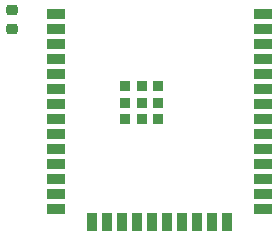
<source format=gbr>
%TF.GenerationSoftware,KiCad,Pcbnew,7.0.8*%
%TF.CreationDate,2024-01-12T13:16:21+01:00*%
%TF.ProjectId,adapter_ESP32,61646170-7465-4725-9f45-535033322e6b,rev?*%
%TF.SameCoordinates,Original*%
%TF.FileFunction,Paste,Top*%
%TF.FilePolarity,Positive*%
%FSLAX46Y46*%
G04 Gerber Fmt 4.6, Leading zero omitted, Abs format (unit mm)*
G04 Created by KiCad (PCBNEW 7.0.8) date 2024-01-12 13:16:21*
%MOMM*%
%LPD*%
G01*
G04 APERTURE LIST*
G04 Aperture macros list*
%AMRoundRect*
0 Rectangle with rounded corners*
0 $1 Rounding radius*
0 $2 $3 $4 $5 $6 $7 $8 $9 X,Y pos of 4 corners*
0 Add a 4 corners polygon primitive as box body*
4,1,4,$2,$3,$4,$5,$6,$7,$8,$9,$2,$3,0*
0 Add four circle primitives for the rounded corners*
1,1,$1+$1,$2,$3*
1,1,$1+$1,$4,$5*
1,1,$1+$1,$6,$7*
1,1,$1+$1,$8,$9*
0 Add four rect primitives between the rounded corners*
20,1,$1+$1,$2,$3,$4,$5,0*
20,1,$1+$1,$4,$5,$6,$7,0*
20,1,$1+$1,$6,$7,$8,$9,0*
20,1,$1+$1,$8,$9,$2,$3,0*%
G04 Aperture macros list end*
%ADD10RoundRect,0.225000X0.250000X-0.225000X0.250000X0.225000X-0.250000X0.225000X-0.250000X-0.225000X0*%
%ADD11R,1.500000X0.900000*%
%ADD12R,0.900000X1.500000*%
%ADD13R,0.900000X0.900000*%
G04 APERTURE END LIST*
D10*
%TO.C,C1*%
X42164000Y-41923000D03*
X42164000Y-40373000D03*
%TD*%
D11*
%TO.C,U1*%
X45860000Y-40640000D03*
X45860000Y-41910000D03*
X45860000Y-43180000D03*
X45860000Y-44450000D03*
X45860000Y-45720000D03*
X45860000Y-46990000D03*
X45860000Y-48260000D03*
X45860000Y-49530000D03*
X45860000Y-50800000D03*
X45860000Y-52070000D03*
X45860000Y-53340000D03*
X45860000Y-54610000D03*
X45860000Y-55880000D03*
X45860000Y-57150000D03*
D12*
X48895000Y-58245000D03*
X50165000Y-58245000D03*
X51435000Y-58245000D03*
X52705000Y-58245000D03*
X53975000Y-58245000D03*
X55245000Y-58245000D03*
X56515000Y-58245000D03*
X57785000Y-58245000D03*
X59055000Y-58245000D03*
X60325000Y-58245000D03*
D11*
X63360000Y-57150000D03*
X63360000Y-55880000D03*
X63360000Y-54610000D03*
X63360000Y-53340000D03*
X63360000Y-52070000D03*
X63360000Y-50800000D03*
X63360000Y-49530000D03*
X63360000Y-48260000D03*
X63360000Y-46990000D03*
X63360000Y-45720000D03*
X63360000Y-44450000D03*
X63360000Y-43180000D03*
X63360000Y-41910000D03*
X63360000Y-40640000D03*
D13*
X51710000Y-46805000D03*
X51710000Y-48205000D03*
X51710000Y-49605000D03*
X53110000Y-46805000D03*
X53110000Y-48205000D03*
X53110000Y-49605000D03*
X54510000Y-46805000D03*
X54510000Y-48205000D03*
X54510000Y-49605000D03*
%TD*%
M02*

</source>
